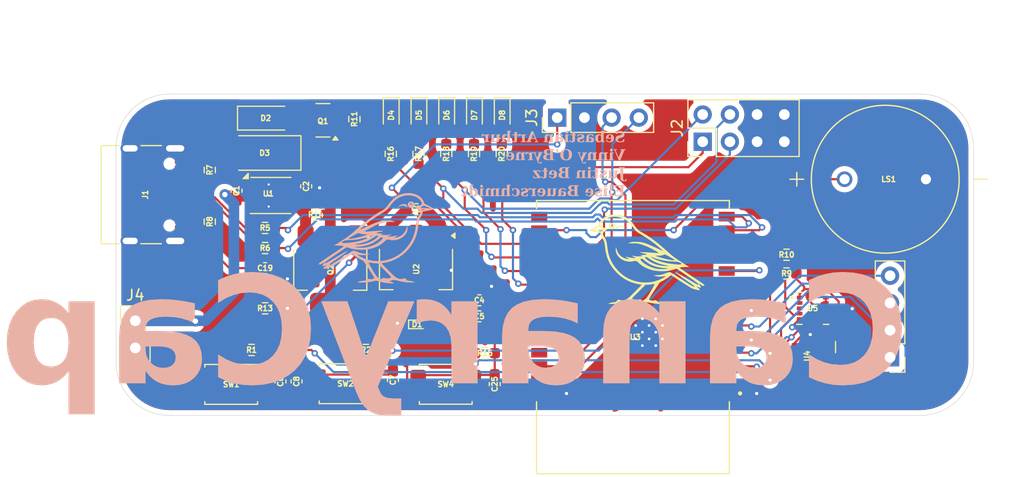
<source format=kicad_pcb>
(kicad_pcb (version 20241229) (generator "pcbnew") (generator_version "9.0")
  (layers (0 "F.Cu" signal) (2 "B.Cu" signal) (13 "F.Paste" user) (15 "B.Paste" user) (5 "F.SilkS" user "F.Silkscreen") (7 "B.SilkS" user "B.Silkscreen") (1 "F.Mask" user) (3 "B.Mask" user) (25 "Edge.Cuts" user))
  (net 0 "")
  (net 1 "GNDREF")
  (net 2 "+12V")
  (net 3 "+5V_buck")
  (net 4 "+5V")
  (net 5 "+3.3V")
  (net 6 "EN")
  (net 7 "BOOT")
  (net 8 "Net-(U3-EN)")
  (net 9 "TMS")
  (net 10 "TCK")
  (net 11 "TDO")
  (net 12 "TDI")
  (net 13 "BUZZER")
  (net 14 "Net-(D2-A)")
  (net 15 "Net-(J1-D--PadA7)")
  (net 16 "Net-(J1-D+-PadA6)")
  (net 19 "Net-(J1-CC2)")
  (net 20 "Net-(J1-CC1)")
  (net 21 "Impact_IO")
  (net 22 "Impact_CLK")
  (net 23 "GAS_IN")
  (net 24 "GAS_DIG_IN")
  (net 26 "USB_DN")
  (net 27 "USB_DP")
  (net 33 "CANCEL")
  (net 36 "Net-(D4-A)")
  (net 37 "Net-(D5-A)")
  (net 39 "Net-(D6-A)")
  (net 49 "VBUS")
  (net 50 "Net-(Q2-G)")
  (net 51 "Net-(D7-A)")
  (net 52 "Net-(D8-A)")
  (net 53 "HEARTBEAT")
  (net 54 "HEALTH")
  (net 55 "STATUS")
  (net 56 "PENDING")
  (footprint "Diode_SMD:D_MELF" (layer "F.Cu") (at 112.55 93.3 180)
    (property "Reference" "D3")
    (property "Value" "SM4001")
  )
  (footprint "Resistor_SMD:R_0603_1608Metric_Pad0.98x0.95mm_HandSolder" (layer "F.Cu") (at 134.705 93.3875 90)
    (property "Reference" "R20")
    (property "Value" "100")
  )
  (footprint "Capacitor_SMD:C_0603_1608Metric_Pad1.08x0.95mm_HandSolder" (layer "F.Cu") (at 132.6125 108.55)
    (property "Reference" "C5")
    (property "Value" "10uF")
  )
  (footprint "LED_SMD:LED_0603_1608Metric_Pad1.05x0.95mm_HandSolder" (layer "F.Cu") (at 124.385 89.7975 -90)
    (property "Reference" "D4")
    (property "Value" "LED_Small")
  )
  (footprint "Resistor_SMD:R_0603_1608Metric_Pad0.98x0.95mm_HandSolder" (layer "F.Cu") (at 107.45 94.8875 -90)
    (property "Reference" "R7")
    (property "Value" "5.1k")
  )
  (footprint "Resistor_SMD:R_0603_1608Metric_Pad0.98x0.95mm_HandSolder" (layer "F.Cu") (at 129.525 93.3875 90)
    (property "Reference" "R18")
    (property "Value" "100")
  )
  (footprint "LED_SMD:LED_0603_1608Metric_Pad1.05x0.95mm_HandSolder" (layer "F.Cu") (at 132.155 89.7975 -90)
    (property "Reference" "D7")
    (property "Value" "LED_Small")
  )
  (footprint "Resistor_SMD:R_0603_1608Metric_Pad0.98x0.95mm_HandSolder" (layer "F.Cu") (at 112.6125 107.8 180)
    (property "Reference" "R13")
    (property "Value" "100")
  )
  (footprint "Connector_PinHeader_2.54mm:PinHeader_1x04_P2.54mm_Vertical" (layer "F.Cu") (at 170.95 112.38 180)
    (property "Reference" "J5")
    (property "Value" "Conn_01x04_Pin")
  )
  (footprint "Capacitor_SMD:C_0603_1608Metric_Pad1.08x0.95mm_HandSolder" (layer "F.Cu") (at 126.7375 98.55)
    (property "Reference" "C3")
    (property "Value" ".47uF")
  )
  (footprint "LED_SMD:LED_0603_1608Metric_Pad1.05x0.95mm_HandSolder" (layer "F.Cu") (at 134.745 89.7975 -90)
    (property "Reference" "D8")
    (property "Value" "LED_Small")
  )
  (footprint "Button_Switch_SMD:SW_SPST_EVQP2_MiddlePushTravel_H2.5mm" (layer "F.Cu") (at 109.45 114.9 180)
    (property "Reference" "SW1")
    (property "Value" "SW_MEC_5E" (hide yes))
  )
  (footprint "Resistor_SMD:R_0603_1608Metric_Pad0.98x0.95mm_HandSolder" (layer "F.Cu") (at 112.6125 105.925)
    (property "Reference" "R12")
    (property "Value" "100k")
  )
  (footprint "Connector_PinHeader_2.54mm:PinHeader_1x04_P2.54mm_Vertical" (layer "F.Cu") (at 139.88 90 90)
    (property "Reference" "J3")
    (property "Value" "Conn_01x04_Pin")
  )
  (footprint "Package_LGA:Texas_SIL0010A_MicroSiP-10-1EP_3.8x3mm_P0.6mm_EP0.7x2.9mm_ThermalVias" (layer "F.Cu") (at 113.125 97.27)
    (property "Reference" "U1")
    (property "Value" "LMZM23601V5")
  )
  (footprint "Resistor_SMD:R_0603_1608Metric_Pad0.98x0.95mm_HandSolder" (layer "F.Cu") (at 120.95 90.1375 90)
    (property "Reference" "R11")
    (property "Value" "2.2k")
  )
  (footprint "Resistor_SMD:R_0603_1608Metric_Pad0.98x0.95mm_HandSolder" (layer "F.Cu") (at 132.115 93.3875 90)
    (property "Reference" "R19")
    (property "Value" "100")
  )
  (footprint "Button_Switch_SMD:SW_SPST_EVQP2_MiddlePushTravel_H2.5mm" (layer "F.Cu") (at 120.125 114.8375 180)
    (property "Reference" "SW2")
    (property "Value" "SW_MEC_5E" (hide yes))
  )
  (footprint "Resistor_SMD:R_0603_1608Metric_Pad0.98x0.95mm_HandSolder" (layer "F.Cu") (at 111.35 111.6875)
    (property "Reference" "R1")
    (property "Value" "10k")
  )
  (footprint "Resistor_SMD:R_0603_1608Metric_Pad0.98x0.95mm_HandSolder" (layer "F.Cu") (at 114.9625 111.6875)
    (property "Reference" "R3")
    (property "Value" "10k")
  )
  (footprint "Capacitor_SMD:C_0603_1608Metric_Pad1.08x0.95mm_HandSolder" (layer "F.Cu") (at 134.05 114.875 -90)
    (property "Reference" "C25")
    (property "Value" "1uF")
  )
  (footprint "Capacitor_SMD:C_0603_1608Metric_Pad1.08x0.95mm_HandSolder" (layer "F.Cu") (at 115.55 114.625 -90)
    (property "Reference" "C8")
    (property "Value" "1uF")
  )
  (footprint "Resistor_SMD:R_0603_1608Metric_Pad0.98x0.95mm_HandSolder" (layer "F.Cu") (at 126.935 93.3875 90)
    (property "Reference" "R17")
    (property "Value" "100")
  )
  (footprint "Resistor_SMD:R_0603_1608Metric_Pad0.98x0.95mm_HandSolder" (layer "F.Cu") (at 161.2875 102.8 180)
    (property "Reference" "R10")
    (property "Value" "2.2k")
  )
  (footprint "Connector_USB:USB_C_Receptacle_G-Switch_GT-USB-7010ASV" (layer "F.Cu") (at 101.095 97.19 -90)
    (property "Reference" "J1")
    (property "Value" "USB_C_Receptacle_USB2.0_16P")
  )
  (footprint "Connector_PinHeader_2.54mm:PinHeader_1x02_P2.54mm_Vertical" (layer "F.Cu") (at 100.5 108.96)
    (property "Reference" "J4")
    (property "Value" "Conn_01x02_Pin")
  )
  (footprint "Connector_PinHeader_2.54mm:PinHeader_2x04_P2.54mm_Vertical" (layer "F.Cu") (at 153.46 92.25 90)
    (property "Reference" "J2")
    (property "Value" "Conn_02x04_Counter_Clockwise")
  )
  (footprint "Library:XCVR_ESP32-C6-WROOM-1-N8" (layer "F.Cu") (at 146.95 110.49 180)
    (property "Reference" "U3")
    (property "Value" "ESP32-C6-WROOM-1-N8")
  )
  (footprint "Capacitor_SMD:C_0603_1608Metric_Pad1.08x0.95mm_HandSolder" (layer "F.Cu") (at 116.45 96.4125 90)
    (property "Reference" "C2")
    (property "Value" "10uF")
  )
  (footprint "Package_TO_SOT_SMD:SOT-223" (layer "F.Cu") (at 118.7 104.2 -90)
    (property "Reference" "Q2")
    (property "Value" "PMOS_Substrate")
  )
  (footprint "Capacitor_SMD:C_0603_1608Metric_Pad1.08x0.95mm_HandSolder" (layer "F.Cu") (at 112.6125 104.05)
    (property "Reference" "C19")
    (property "Value" "22uF")
  )
  (footprint "Resistor_SMD:R_0603_1608Metric_Pad0.98x0.95mm_HandSolder" (layer "F.Cu") (at 117.3625 99.05)
    (property "Reference" "R14")
    (property "Value" "0OHM if needed")
  )
  (footprint "Capacitor_SMD:C_0603_1608Metric_Pad1.08x0.95mm_HandSolder" (layer "F.Cu") (at 124.55 114.4875 -90)
    (property "Reference" "C7")
    (property "Value" "1uF")
  )
  (footprint "Library:canary" (layer "F.Cu") (at 148.25 103.25)
    (property "Reference" "G***" (hide yes))
    (property "Value" "LOGO" (hide yes))
  )
  (footprint "Package_TO_SOT_SMD:SOT-23" (layer "F.Cu") (at 118.0125 90.25 180)
    (property "Reference" "Q1")
    (property "Value" "NMOS")
  )
  (footprint "Capacitor_SMD:C_0603_1608Metric_Pad1.08x0.95mm_HandSolder" (layer "F.Cu") (at 132.6125 107.05)
    (property "Reference" "C4")
    (property "Value" "33uF")
  )
  (footprint "Resistor_SMD:R_0603_1608Metric_Pad0.98x0.95mm_HandSolder" (layer "F.Cu") (at 122.025 111.6875)
    (property "Reference" "R2")
    (property "Value" "10k")
  )
  (footprint "Resistor_SMD:R_0603_1608Metric_Pad0.98x0.95mm_HandSolder" (layer "F.Cu") (at 133.1375 111.9875)
    (property "Reference" "R15")
    (property "Value" "10k")
  )
  (footprint "Package_TO_SOT_SMD:SOT-223-3_TabPin2" (layer "F.Cu") (at 126.7 104.15 -90)
    (property "Reference" "U2")
    (property "Value" "NCP1117-3.3_SOT223")
  )
  (footprint "Library:XDCR_AT-1440-TT-R" (layer "F.Cu") (at 170.5 95.75)
    (property "Reference" "LS1")
    (property "Value" "AT-1440-TT-R")
  )
  (footprint "Resistor_SMD:R_0603_1608Metric_Pad0.98x0.95mm_HandSolder" (layer "F.Cu") (at 161.2875 104.55 180)
    (property "Reference" "R9")
    (property "Value" "2.2k")
  )
  (footprint "Diode_SMD:D_MiniMELF" (layer "F.Cu") (at 112.7 90.05)
    (property "Reference" "D2")
    (property "Value" "BZV55C5V6")
  )
  (footprint "Resistor_SMD:R_0603_1608Metric_Pad0.98x0.95mm_HandSolder" (layer "F.Cu") (at 124.345 93.3875 90)
    (property "Reference" "R16")
    (property "Value" "100")
  )
  (footprint "LED_SMD:LED_0603_1608Metric_Pad1.05x0.95mm_HandSolder" (layer "F.Cu") (at 126.975 89.7975 -90)
    (property "Reference" "D5")
    (property "Value" "LED_Small")
  )
  (footprint "Capacitor_SMD:C_0603_1608Metric_Pad1.08x0.95mm_HandSolder" (layer "F.Cu") (at 114.05 114.625 -90)
    (property "Reference" "C6")
    (property "Value" "1uF")
  )
  (footprint "LED_SMD:LED_0603_1608Metric_Pad1.05x0.95mm_HandSolder" (layer "F.Cu") (at 129.565 89.7975 -90)
    (property "Reference" "D6")
    (property "Value" "LED_Small")
  )
  (footprint "Resistor_SMD:R_0603_1608Metric_Pad0.98x0.95mm_HandSolder" (layer "F.Cu") (at 112.6125 100.3 180)
    (property "Reference" "R5")
    (property "Value" "22")
  )
  (footprint "Library:H3LIS100DLTR" (layer "F.Cu") (at 163.73 107.8)
    (property "Reference" "U5")
    (property "Value" "H3LIS100DLTR")
  )
  (footprint "Button_Switch_SMD:SW_SPST_EVQP2_MiddlePushTravel_H2.5mm" (layer "F.Cu") (at 129.475 114.8875 180)
    (property "Reference" "SW4")
    (property "Value" "SW_MEC_5E")
  )
  (footprint "Diode_SMD:D_SOD-923" (layer "F.Cu") (at 126.87 109.3)
    (property "Reference" "D1")
    (property "Value" "ESD9B3.3ST5G" (hide yes))
  )
  (footprint "Resistor_SMD:R_0603_1608Metric_Pad0.98x0.95mm_HandSolder" (layer "F.Cu") (at 112.6125 102.175 180)
    (property "Reference" "R6")
    (property "Value" "22")
  )
  (footprint "Package_LGA:LGA-14_3x5mm_P0.8mm_LayoutBorder1x6y" (layer "F.Cu") (at 163.25 112.5 90)
    (property "Reference" "U4")
    (property "Value" "ADXL343")
  )
  (footprint "Capacitor_SMD:C_0603_1608Metric_Pad1.08x0.95mm_HandSolder" (layer "F.Cu") (at 109.95 96.825 90)
    (property "Reference" "C1")
    (property "Value" "10uF")
  )
  (footprint "Resistor_SMD:R_0603_1608Metric_Pad0.98x0.95mm_HandSolder" (layer "F.Cu") (at 107.45 99.7125 90)
    (property "Reference" "R8")
    (property "Value" "5.1k")
  )
  (footprint "Library:canary" (layer "B.Cu") (at 123 101.25 180)
    (property "Reference" "G***" (hide yes))
    (property "Value" "LOGO" (hide yes))
  )
  (gr_arc (start 178.75 112.8) (mid 177.285534 116.335534) (end 173.75 117.8) (stroke (width 0.05)) (layer "Edge.Cuts"))
  (gr_line (start 98.7 112.8) (end 98.7 92.8) (stroke (width 0.05)) (layer "Edge.Cuts"))
  (gr_arc (start 103.7 117.8) (mid 100.164466 116.335534) (end 98.7 112.8) (stroke (width 0.05)) (layer "Edge.Cuts"))
  (gr_line (start 173.75 117.8) (end 103.7 117.8) (stroke (width 0.05)) (layer "Edge.Cuts"))
  (gr_arc (start 98.7 92.8) (mid 100.164466 89.264466) (end 103.7 87.8) (stroke (width 0.05)) (layer "Edge.Cuts"))
  (gr_line (start 178.75 92.8) (end 178.75 112.8) (stroke (width 0.05)) (layer "Edge.Cuts"))
  (gr_arc (start 173.75 87.8) (mid 177.285534 89.264466) (end 178.75 92.8) (stroke (width 0.05)) (layer "Edge.Cuts"))
  (gr_line (start 103.7 87.8) (end 173.75 87.8) (stroke (width 0.05)) (layer "Edge.Cuts"))
  (gr_text "CanaryCap" (at 137.95 117.24 0) (layer "F.Cu") (effects (font (size 1.5 1.5) (thickness 0.3) (bold yes)) (justify left bottom)))
  (gr_text "CanaryCap" (at 172.75 116.5 0) (layer "B.SilkS") (effects (font (size 10 10) (thickness 0.3) (bold yes)) (justify left bottom mirror)))
  (gr_text "Sebastian Arthur\nVinny O'Byrne\nJustin Betz\nElise Bauerschmidt" (at 146.25 97.5 0) (layer "B.SilkS") (effects (font (size 1 1) (thickness 0.25) (bold yes)) (justify left bottom mirror)))
  (segment (start 104.75 115.75) (end 100.5 111.5) (width 0.2) (layer "F.Cu") (net 1))
  (segment (start 129.565 88.9225) (end 132.155 88.9225) (width 0.2) (layer "F.Cu") (net 1))
  (segment (start 162.575001 110.5) (end 163.25 110.5) (width 0.2) (layer "F.Cu") (net 1))
  (segment (start 125.874 114.25) (end 125.874 109.876) (width 0.2) (layer "F.Cu") (net 1))
  (segment (start 111.6 96.67) (end 111.6 96.07) (width 0.2) (layer "F.Cu") (net 1))
  (segment (start 118.149 88.499) (end 110.71484 88.499) (width 0.2) (layer "F.Cu") (net 1))
  (segment (start 119.025 89.225) (end 118.95 89.3) (width 0.2) (layer "F.Cu") (net 1))
  (segment (start 164.95 106.8) (end 164.95 107.3) (width 0.2) (layer "F.Cu") (net 1))
  (segment (start 101.05 104.95) (end 100.02 103.92) (width 0.25) (layer "F.Cu") (net 1))
  (segment (start 162.575001 110.5) (end 163.5 110.5) (width 0.2) (layer "F.Cu") (net 1))
  (segment (start 162.05 111.5) (end 162.05 111.025001) (width 0.2) (layer "F.Cu") (net 1))
  (segment (start 105.25 104.95) (end 104.22 103.92) (width 0.25) (layer "F.Cu") (net 1))
  (segment (start 114.188106 95.544) (end 116.0315 95.544) (width 0.2) (layer "F.Cu") (net 1))
  (segment (start 104.22 101.78) (end 104.22 101.51) (width 0.25) (layer "F.Cu") (net 1))
  (segment (start 163.348999 112.724) (end 163.65 113.025001) (width 0.2) (layer "F.Cu") (net 1))
  (segment (start 133.475 108.55) (end 133.475 107.05) (width 0.2) (layer "F.Cu") (net 1))
  (segment (start 106.875 115.75) (end 105.65 115.75) (width 0.25) (layer "F.Cu") (net 1))
  (segment (start 126 115.35) (end 126.5125 115.35) (width 0.2) (layer "F.Cu") (net 1))
  (segment (start 109.95 95.9625) (end 109.95 96.075) (width 0.2) (layer "F.Cu") (net 1))
  (segment (start 113.825 105.925) (end 114.7 105.05) (width 0.2) (layer "F.Cu") (net 1))
  (segment (start 103.024 94.019992) (end 103.024 100.360008) (width 0.2) (layer "F.Cu") (net 1))
  (segment (start 104.454 100.756) (end 104.82 100.39) (width 0.2) (layer "F.Cu") (net 1))
  (segment (start 125.874 114.7115) (end 125.874 114.25) (width 0.2) (layer "F.Cu") (net 1))
  (segment (start 105.25 104.95) (end 101.05 104.95) (width 0.25) (layer "F.Cu") (net 1))
  (segment (start 112.3625 115.4125) (end 112.025 115.75) (width 0.2) (layer "F.Cu") (net 1))
  (segment (start 162.05 113.025001) (end 162.351001 112.724) (width 0.2) (layer "F.Cu") (net 1))
  (segment (start 124.55 115.35) (end 126 115.35) (width 0.2) (layer "F.Cu") (net 1))
  (segment (start 106.875 115.75) (end 104.75 115.75) (width 0.2) (layer "F.Cu") (net 1))
  (segment (start 124.55 115.35) (end 123.0375 115.35) (width 0.2) (layer "F.Cu") (net 1))
  (segment (start 134.0625 115.75) (end 134.05 115.7375) (width 0.2) (layer "F.Cu") (net 1))
  (segment (start 163.833476 107.524738) (end 164.384 107.524738) (width 0.2) (layer "F.Cu") (net 1))
  (segment (start 103.419992 100.756) (end 104.454 100.756) (width 0.2) (layer "F.Cu") (net 1))
  (segment (start 104.22 103.92) (end 104.22 101.51) (width 0.25) (layer "F.Cu") (net 1))
  (segment (start 109.674 103.274) (end 108.45 102.05) (width 0.2) (layer "F.Cu") (net 1))
  (segment (start 155.7 115.75) (end 158.5 115.75) (width 0.2) (layer "F.Cu") (net 1))
  (segment (start 116.0315 95.544) (end 116.45 95.9625) (width 0.2) (layer "F.Cu") (net 1))
  (segment (start 127.6 98.55) (end 129 99.95) (width 1) (layer "F.Cu") (net 1))
  (segment (start 126.975 88.9225) (end 129.565 88.9225) (width 0.2) (layer "F.Cu") (net 1))
  (segment (start 125.874 115.224) (end 126 115.35) (width 0.2) (layer "F.Cu") (net 1))
  (segment (start 113.7 104.05) (end 114.7 105.05) (width 0.2) (layer "F.Cu") (net 1))
  (segment (start 114.05 115.4125) (end 112.3625 115.4125) (width 0.2) (layer "F.Cu") (net 1))
  (segment (start 116.45 95.55) (end 117.45 96.55) (width 0.2) (layer "F.Cu") (net 1))
  (segment (start 112.95 96.782106) (end 114.188106 95.544) (width 0.2) (layer "F.Cu") (net 1))
  (segment (start 120.95 89.225) (end 124.0825 89.225) (width 0.2) (layer "F.Cu") (net 1))
  (segment (start 134.745 88.9225) (end 132.155 88.9225) (width 0.25) (layer "F.Cu") (net 1))
  (segment (start 164.608738 108.3) (end 164.384 108.075262) (width 0.2) (layer "F.Cu") (net 1))
  (segment (start 104.82 93.99) (end 104.454 93.624) (width 0.2) (layer "F.Cu") (net 1))
  (segment (start 109.95 96.075) (end 111.595 96.075) (width 0.2) (layer "F.Cu") (net 1))
  (segment (start 126.5125 115.35) (end 126.9 115.7375) (width 0.2) (layer "F.Cu") (net 1))
  (segment (start 104.454 93.624) (end 103.419992 93.624) (width 0.2) (layer "F.Cu") (net 1))
  (segment (start 117.275 115.4125) (end 117.55 115.6875) (width 0.2) (layer "F.Cu") (net 1))
  (segment (start 162.05 111.5) (end 162.05 113.5) (width 0.2) (layer "F.Cu") (net 1))
  (segment (start 107.45 93.975) (end 104.835 93.975) (width 0.2) (layer "F.Cu") (net 1))
  (segment (start 107.45 101.05) (end 108.45 102.05) (width 0.2) (layer "F.Cu") (net 1))
  (segment (start 106.986 109.65) (end 106.5 110.136) (width 0.25) (layer "F.Cu") (net 1))
  (segment (start 163.65 113.025001) (end 163.65 113.5) (width 0.2) (layer "F.Cu") (net 1))
  (segment (start 112.95 97.27) (end 112.95 96.782106) (width 0.2) (layer "F.Cu") (net 1))
  (segment (start 110.71484 88.499) (end 107.45 91.76384) (width 0.2) (layer "F.Cu") (net 1))
  (segment (start 163.23 106.58) (end 163.23 106.921262) (width 0.2) (layer "F.Cu") (net 1))
  (segment (start 120.95 89.225) (end 119.025 89.225) (width 0.2) (layer "F.Cu") (net 1))
  (segment (start 101.05 110.136) (end 106.5 110.136) (width 0.25) (layer "F.Cu") (net 1))
  (segment (start 162.51 108.8) (end 161.818989 109.491011) (width 0.2) (layer "F.Cu") (net 1))
  (segment (start 125.874 109.876) (end 126.45 109.3) (width 0.2) (layer "F.Cu") (net 1))
  (segment (start 113.525 105.925) (end 113.825 105.925) (width 0.2) (layer "F.Cu") (net 1))
  (segment (start 164.95 108.3) (end 164.608738 108.3) (width 0.2) (layer "F.Cu") (net 1))
  (segment (start 124.0825 89.225) (end 124.385 88.9225) (width 0.2) (layer "F.Cu") (net 1))
  (segment (start 111.595 96.075) (end 111.6 96.07) (width 0.2) (layer "F.Cu") (net 1))
  (segment (start 101.05 111.65) (end 101.05 110.136) (width 0.25) (layer "F.Cu") (net 1))
  (segment (start 122.7 115.6875) (end 117.55 115.6875) (width 0.2) (layer "F.Cu") (net 1))
  (segment (start 114.05 115.4125) (end 117.275 115.4125) (width 0.2) (layer "F.Cu") (net 1))
  (segment (start 138.2 115.75) (end 140.75 115.75) (width 0.2) (layer "F.Cu") (net 1))
  (segment (start 107.45 91.76384) (end 107.45 93.975) (width 0.2) (layer "F.Cu") (net 1))
  (segment (start 107.45 93.975) (end 105.325 93.975) (width 0.2) (layer "F.Cu") (net 1))
  (segment (start 103.419992 93.624) (end 103.024 94.019992) (width 0.2) (layer "F.Cu") (net 1))
  (segment (start 103.024 100.360008) (end 103.419992 100.756) (width 0.2) (layer "F.Cu") (net 1))
  (segment (start 125.874 114.25) (end 125.874 115.224) (width 0.2) (layer "F.Cu") (net 1))
  (segment (start 126.975 88.9225) (end 124.385 88.9225) (width 0.2) (layer "F.Cu") (net 1))
  (segment (start 103.024 100.360008) (end 103.010008 100.360008) (width 0.2) (layer "F.Cu") (net 1))
  (segment (start 132.05 115.7375) (end 126.9 115.7375) (width 0.2) (layer "F.Cu") (net 1))
  (segment (start 164.384 107.524738) (end 164.608738 107.3) (width 0.2) (layer "F.Cu") (net 1))
  (segment (start 163.23 106.921262) (end 163.833476 107.524738) (width 0.2) (layer "F.Cu") (net 1))
  (segment (start 123.0375 115.35) (end 122.7 115.6875) (width 0.2) (layer "F.Cu") (net 1))
  (segment (start 106.986 106.436) (end 106.986 109.65) (width 0.25) (layer "F.Cu") (net 1))
  (segment (start 163.73 107.68924) (end 163.78462 107.63462) (width 0.2) (layer "F.Cu") (net 1))
  (segment (start 134.05 115.7375) (end 132.05 115.7375) (width 0.2) (layer "F.Cu") (net 1))
  (segment (start 112.025 115.75) (end 106.875 115.75) (width 0.2) (layer "F.Cu") (net 1))
  (segment (start 103.010008 100.360008) (end 102.95 100.3) (width 0.2) (layer "F.Cu") (net 1))
  (segment (start 138.2 115.75) (end 134.0625 115.75) (width 0.2) (layer "F.Cu") (net 1))
  (segment (start 105.5 104.95) (end 106.986 106.436) (width 0.25) (layer "F.Cu") (net 1))
  (segment (start 107.45 100.625) (end 107.45 101.05) (width 0.2) (layer "F.Cu") (net 1))
  (segment (start 124.55 115.35) (end 125.2355 115.35) (width 0.2) (layer "F.Cu") (net 1))
  (segment (start 162.05 111.025001) (end 162.575001 110.5) (width 0.2) (layer "F.Cu") (net 1))
  (segment (start 112.699 103.274) (end 109.674 103.274) (width 0.2) (layer "F.Cu") (net 1))
  (segment (start 113.475 104.05) (end 113.7 104.05) (width 0.2) (layer "F.Cu") (net 1))
  (segment (start 105.325 93.975) (end 104.22 92.87) (width 0.2) (layer "F.Cu") (net 1))
  (segment (start 112.35 96.67) (end 112.95 97.27) (width 0.2) (layer "F.Cu") (net 1))
  (segment (start 100.02 103.92) (end 100.02 101.51) (width 0.25) (layer "F.Cu") (net 1))
  (segment (start 129 99.95) (end 129 101) (width 1) (layer "F.Cu") (net 1))
  (segment (start 162.05 113.5) (end 162.05 113.025001) (width 0.2) (layer "F.Cu") (net 1))
  (segment (start 104.835 93.975) (end 104.82 93.99) (width 0.2) (layer "F.Cu") (net 1))
  (segment (start 132.05 115.7375) (end 127.08884 115.7375) (width 0.2) (layer "F.Cu") (net 1))
  (segment (start 163.73 109.02) (end 163.73 107.68924) (width 0.2) (layer "F.Cu") (net 1))
  (segment (start 162.351001 112.724) (end 163.348999 112.724) (width 0.2) (layer "F.Cu") (net 1))
  (segment (start 163.25 110.5) (end 163.5 110.25) (width 0.2) (layer "F.Cu") (net 1))
  (segment (start 125.07675 109.3) (end 124.969136 109.192386) (width 0.2) (layer "F.Cu") (net 1))
  (segment (start 118.95 89.3) (end 118.149 88.499) (width 0.2) (layer "F.Cu") (net 1))
  (segment (start 113.475 104.05) (end 112.699 103.274) (width 0.2) (layer "F.Cu") (net 1))
  (segment (start 164.45 113.5) (end 163.65 113.5) (width 0.2) (layer "F.Cu") (net 1))
  (segment (start 126.45 109.3) (end 125.07675 109.3) (width 0.2) (layer "F.Cu") (net 1))
  (segment (start 161.818989 109.491011) (end 161.818989 109.568989) (width 0.2) (layer "F.Cu") (net 1))
  (segment (start 164.608738 107.3) (end 164.95 107.3) (width 0.2) (layer "F.Cu") (net 1))
  (segment (start 111.6 96.67) (end 112.35 96.67) (width 0.2) (layer "F.Cu") (net 1))
  (segment (start 105.5 104.95) (end 105.25 104.95) (width 0.25) (layer "F.Cu") (net 1))
  (segment (start 117.45 96.55) (end 117.7 96.55) (width 0.2) (layer "F.Cu") (net 1))
  (segment (start 164.384 108.075262) (end 164.384 107.524738) (width 0.2) (layer "F.Cu") (net 1))
  (via (at 158.5 115.75) (size 0.6) (drill 0.3) (layers "F.Cu" "B.Cu") (net 1))
  (via (at 117.7 96.55) (size 0.6) (drill 0.3) (layers "F.Cu" "B.Cu") (net 1))
  (via (at 163.5 110.25) (size 0.6) (drill 0.3) (layers "F.Cu" "B.Cu") (net 1))
  (via (at 161.818989 109.568989) (size 0.6) (drill 0.3) (layers "F.Cu" "B.Cu") (net 1))
  (via (at 133.75 105.75) (size 0.6) (drill 0.3) (layers "F.Cu" "B.Cu") (net 1))
  (via (at 130 104.25) (size 0.6) (drill 0.3) (layers "F.Cu" "B.Cu") (net 1))
  (via (at 167.41538 107.83462) (size 0.6) (drill 0.3) (layers "F.Cu" "B.Cu") (net 1))
  (via (at 114.7 105.05) (size 0.6) (drill 0.3) (layers "F.Cu" "B.Cu") (net 1))
  (via (at 124.969136 109.192386) (size 0.6) (drill 0.3) (layers "F.Cu" "B.Cu") (net 1))
  (via (at 140.75 115.75) (size 0.6) (drill 0.3) (layers "F.Cu" "B.Cu") (net 1))
  (via (at 163.78462 107.63462) (size 0.6) (drill 0.3) (layers "F.Cu" "B.Cu") (net 1))
  (segment (start 100.02 101.51) (end 100.02 92.87) (width 0.25) (layer "B.Cu") (net 1))
  (segment (start 112.95 97.27) (end 116.98 97.27) (width 0.2) (layer "B.Cu") (net 1))
  (segment (start 116.98 97.27) (end 117.7 96.55) (width 0.2) (layer "B.Cu") (net 1))
  (segment (start 167.33076 107.75) (end 167.41538 107.83462) (width 0.2) (layer "B.Cu") (net 1))
  (segment (start 104.401 101.329) (end 104.22 101.51) (width 0.25) (layer "B.Cu") (net 1))
  (segment (start 163.78462 107.63462) (end 163.9 107.75) (width 0.2) (layer "B.Cu") (net 1))
  (segment (start 104.22 92.87) (end 104.401 93.051) (width 0.25) (layer "B.Cu") (net 1))
  (segment (start 100.02 101.51) (end 101.74 101.51) (width 0.25) (layer "B.Cu") (net 1))
  (segment (start 101.74 101.51) (end 102.95 100.3) (width 0.25) (layer "B.Cu") (net 1))
  (segment (start 104.401 101.329) (end 105.122 102.05) (width 0.25) (layer "B.Cu") (net 1))
  (segment (start 104.401 93.051) (end 104.401 101.329) (width 0.25) (layer "B.Cu") (net 1))
  (segment (start 163.9 107.75) (end 167.33076 107.75) (width 0.2) (layer "B.Cu") (net 1))
  (segment (start 105.122 102.05) (end 108.45 102.05) (width 0.25) (layer "B.Cu") (net 1))
  (segment (start 109.50625 97.24375) (end 109.445912 97.183412) (width 0.75) (layer "F.Cu") (net 2))
  (segment (start 109.445912 97.183412) (end 108.856814 97.183412) (width 0.75) (layer "F.Cu") (net 2))
  (segment (start 111.4175 97.6875) (end 111.6 97.87) (width 0.2) (layer "F.Cu") (net 2))
  (segment (start 109.7335 97.471) (end 111.6 97.471) (width 0.75) (layer "F.Cu") (net 2))
  (segment (start 109.95 97.6875) (end 111.4175 97.6875) (width 0.2) (layer "F.Cu") (net 2))
  (segment (start 109.50625 97.24375) (end 109.95 97.6875) (width 0.75) (layer "F.Cu") (net 2))
  (segment (start 109.50625 97.24375) (end 109.7335 97.471) (width 0.75) (layer "F.Cu") (net 2))
  (segment (start 106.16 108.96) (end 100.5 108.96) (width 1) (layer "F.Cu") (net 2))
  (via (at 106.111 109) (size 1) (drill 0.5) (layers "F.Cu" "B.Cu") (net 2))
  (via (at 108.856814 97.183412) (size 1) (drill 0.5) (layers "F.Cu" "B.Cu") (net 2))
  (segment (start 109.7 98.026598) (end 108.856814 97.183412) (width 1) (layer "B.Cu") (net 2))
  (segment (start 107.04 108.96) (end 109.7 106.3) (width 1) (layer "B.Cu") (net 2))
  (segment (start 100.5 108.96) (end 107.04 108.96) (width 1) (layer "B.Cu") (net 2))
  (segment (start 109.7 106.3) (end 109.7 98.026598) (width 1) (layer "B.Cu") (net 2))
  (segment (start 115.6675 98.47) (end 116.45 97.6875) (width 0.2) (layer "F.Cu") (net 3))
  (segment (start 114.65 98.47) (end 116.23 98.47) (width 0.2) (layer "F.Cu") (net 3))
  (segment (start 116.4 97.325) (end 116.45 97.275) (width 1) (layer "F.Cu") (net 3))
  (segment (start 116.4 101.05) (end 116.4 97.7375) (width 1) (layer "F.Cu") (net 3))
  (segment (start 114.65 98.47) (end 115.6675 98.47) (width 0.2) (layer "F.Cu") (net 3))
  (segment (start 116.23 98.47) (end 116.4 98.3) (width 0.2) (layer "F.Cu") (net 3))
  (segment (start 114.65 98.47) (end 114.65 97.87) (width 0.2) (layer "F.Cu") (net 3))
  (segment (start 116.4 101.05) (end 116.4 97.325) (width 1) (layer "F.Cu") (net 3))
  (segment (start 116.4 99.05) (end 115.546 98.196) (width 1) (layer "F.Cu") (net 3))
  (segment (start 116.4 98.3) (end 116.4 97.7375) (width 0.2) (layer "F.Cu") (net 3))
  (segment (start 115.546 98.196) (end 114.65 98.196) (width 1) (layer "F.Cu") (net 3))
  (segment (start 116.4 101.05) (end 116.4 99.05) (width 1) (layer "F.Cu") (net 3))
  (segment (start 116.4 99.05) (end 116.4 98.3) (width 1) (layer "F.Cu") (net 3))
  (segment (start 116.4 97.7375) (end 116.45 97.6875) (width 1) (layer "F.Cu") (net 3))
  (segment (start 114.95 93.3) (end 116.07132 93.3) (width 1) (layer "F.Cu") (net 4))
  (segment (start 124.4 101.6) (end 124.4 101) (width 1) (layer "F.Cu") (net 4))
  (segment (start 116.07132 93.3) (end 118.7 95.92868) (width 1) (layer "F.Cu") (net 4))
  (segment (start 118.7 107.35) (end 118.7 107.3) (width 1) (layer "F.Cu") (net 4))
  (segment (start 124.4 100.025) (end 124.4 101) (width 1) (layer "F.Cu") (net 4))
  (segment (start 118.7 95.92868) (end 118.7 101.05) (width 1) (layer "F.Cu") (net 4))
  (segment (start 125.875 98.55) (end 124.4 100.025) (width 1) (layer "F.Cu") (net 4))
  (segment (start 139.88 90) (end 139.88 92.5) (width 0.2) (layer "F.Cu") (net 4))
  (segment (start 118.7 101.05) (end 118.7 107.35) (width 1) (layer "F.Cu") (net 4))
  (segment (start 118.7 107.3) (end 124.4 101.6) (width 1) (layer "F.Cu") (net 4))
  (segment (start 125.875 97.975) (end 124.45 96.55) (width 0.2) (layer "F.Cu") (net 4))
  (segment (start 125.875 98.55) (end 125.875 97.975) (width 0.2) (layer "F.Cu") (net 4))
  (via (at 139.88 92.5) (size 0.6) (drill 0.3) (layers "F.Cu" "B.Cu") (net 4))
  (via (at 124.45 96.55) (size 0.6) (drill 0.3) (layers "F.Cu" "B.Cu") (net 4))
  (segment (start 128.5 92.5) (end 139.88 92.5) (width 0.2) (layer "B.Cu") (net 4))
  (segment (start 124.45 96.55) (end 128.5 92.5) (width 0.2) (layer "B.Cu") (net 4))
  (segment (start 124.025 108.3) (end 126.7 108.3) (width 0.25) (layer "F.Cu") (net 5))
  (segment (start 164.2 106.014) (end 162.954738 106.014) (width 0.2) (layer "F.Cu") (net 5))
  (segment (start 160.27 114.48) (end 155.7 114.48) (width 0.2) (layer "F.Cu") (net 5))
  (segment (start 162.934369 106.034369) (end 162.51 106.458738) (width 0.2) (layer "F.Cu") (net 5))
  (segment (start 166.149999 110) (end 166.149999 108.593051) (width 0.2) (layer "F.Cu") (net 5))
  (segment (start 164.23 109.02) (end 165.21 110) (width 0.2) (layer "F.Cu") (net 5))
  (segment (start 165.21 110) (end 166.149999 110) (width 0.2) (layer "F.Cu") (net 5))
  (segment (start 165.005262 106.014) (end 164.2 106.014) (width 0.2) (layer "F.Cu") (net 5))
  (segment (start 131.177817 100.822183) (end 124.655634 94.3) (width 0.2) (layer "F.Cu") (net 5))
  (segment (start 166.1519 108.5981) (end 166.1519 107.160638) (width 0.2) (layer "F.Cu") (net 5))
  (segment (start 164.23 106.58) (end 164.23 106.044) (width 0.2) (layer "F.Cu") (net 5))
  (segment (start 130.5 107.3) (end 131.75 108.55) (width 0.2) (layer "F.Cu") (net 5))
  (segment (start 161.25 113.5) (end 160.27 114.48) (width 0.2) (layer "F.Cu") (net 5))
  (segment (start 131.75 108.55) (end 131.75 109.35) (width 0.2) (layer "F.Cu") (net 5))
  (segment (start 131.658607 101.302973) (end 131.177817 100.822183) (width 0.2) (layer "F.Cu") (net 5))
  (segment (start 161.25 113.5) (end 161.25 113.974999) (width 0.2) (layer "F.Cu") (net 5))
  (segment (start 126.7 101) (end 126.7 107.3) (width 1) (layer "F.Cu") (net 5))
  (segment (start 162.2 102.8) (end 162.2 104.55) (width 0.2) (layer "F.Cu") (net 5))
  (segment (start 131.75 101.394366) (end 131.177817 100.822183) (width 0.2) (layer "F.Cu") (net 5))
  (segment (start 127.29 109.3) (end 127.29 108.89) (width 0.2) (layer "F.Cu") (net 5))
  (segment (start 165.25 113.816968) (end 165.25 113.5) (width 0.2) (layer "F.Cu") (net 5))
  (segment (start 165.724999 112.5) (end 165.25 112.5) (width 0.2) (layer "F.Cu") (net 5))
  (segment (start 121.1125 111.2125) (end 124.025 108.3) (width 0.25) (layer "F.Cu") (net 5))
  (segment (start 161.551001 114.276) (end 164.790968 114.276) (width 0.2) (layer "F.Cu") (net 5))
  (segment (start 126.7 107.3) (end 130.5 107.3) (width 0.2) (layer "F.Cu") (net 5))
  (segment (start 164.23 106.044) (end 164.2 106.014) (width 0.2) (layer "F.Cu") (net 5))
  (segment (start 164.23 106.58) (end 163.73 106.58) (width 0.2) (layer "F.Cu") (net 5))
  (segment (start 162.954738 106.014) (end 162.934369 106.034369) (width 0.2) (layer "F.Cu") (net 5))
  (segment (start 131.75 109.35) (end 132.225 109.825) (width 0.2) (layer "F.Cu") (net 5))
  (segment (start 164.790968 114.276) (end 165.25 113.816968) (width 0.2) (layer "F.Cu") (net 5))
  (segment (start 131.75 107.05) (end 126.95 107.05) (width 0.2) (layer "F.Cu") (net 5))
  (segment (start 127.29 108.89) (end 126.7 108.3) (width 0.2) (layer "F.Cu") (net 5))
  (segment (start 162.2 105.05) (end 162.2 104.55) (width 0.2) (layer "F.Cu") (net 5))
  (segment (start 162.51 106.458738) (end 162.51 106.8) (width 0.2) (layer "F.Cu") (net 5))
  (segment (start 126.95 107.05) (end 126.7 107.3) (width 0.2) (layer "F.Cu") (net 5))
  (segment (start 110.4375 111.6875) (end 111.2385 110.8865) (width 0.25) (layer "F.Cu") (net 5))
  (segment (start 126.7 108.3) (end 126.7 107.3) (width 0.2) (layer "F.Cu") (net 5))
  (segment (start 120.3115 110.8865) (end 121.1125 111.6875) (width 0.25) (layer "F.Cu") (net 5))
  (segment (start 132.225 112.9625) (end 132.25 112.9875) (width 0.2) (layer "F.Cu") (net 5))
  (segment (start 165.25 112.5) (end 165.25 113.5) (width 0.2) (layer "F.Cu") (net 5))
  (segment (start 132.225 111.9875) (end 132.225 112.9625) (width 0.2) (layer "F.Cu") (net 5))
  (segment (start 132.225 109.825) (end 132.225 111.9875) (width 0.2) (layer "F.Cu") (net 5))
  (segment (start 162.934369 106.034369) (end 162.934369 105.784369) (width 0.2) (layer "F.Cu") (net 5))
  (segment (start 161.25 113.974999) (end 161.551001 114.276) (width 0.2) (layer "F.Cu") (net 5))
  (segment (start 162.934369 105.784369) (end 162.2 105.05) (width 0.2) (layer "F.Cu") (net 5))
  (segment (start 124.655634 94.3) (end 124.345 94.3) (width 0.2) (layer "F.Cu") (net 5))
  (segment (start 131.75 107.05) (end 131.75 101.394366) (width 0.2) (layer "F.Cu") (net 5))
  (segment (start 166.149999 110) (end 166.149999 112.075) (width 0.2) (layer "F.Cu") (net 5))
  (segment (start 131.75 107.05) (end 131.75 108.55) (width 0.2) (layer "F.Cu") (net 5))
  (segment (start 165.005262 106.014) (end 166.1519 107.160638) (width 0.2) (layer "F.Cu") (net 5))
  (segment (start 121.1125 111.6875) (end 121.1125 111.2125) (width 0.25) (layer "F.Cu") (net 5))
  (segment (start 111.2385 110.8865) (end 120.3115 110.8865) (width 0.25) (layer "F.Cu") (net 5))
  (segment (start 166.149999 112.075) (end 165.724999 112.5) (width 0.2) (layer "F.Cu") (net 5))
  (via (at 159.75 114.5) (size 0.6) (drill 0.3) (layers "F.Cu" "B.Cu") (net 5))
  (via (at 132.25 112.9875) (size 0.6) (drill 0.3) (layers "F.Cu" "B.Cu") (net 5))
  (segment (start 158.748943 112.649) (end 159.75 113.650057) (width 0.2) (layer "B.Cu") (net 5))
  (segment (start 132.5885 112.649) (end 158.748943 112.649) (width 0.2) (layer "B.Cu") (net 5))
  (segment (start 132.25 112.9875) (end 132.5885 112.649) (width 0.2) (layer "B.Cu") (net 5))
  (segment (start 159.75 113.650057) (end 159.75 114.5) (width 0.2) (layer "B.Cu") (net 5))
  (segment (start 114.05 113.6875) (end 114.05 111.6875) (width 0.2) (layer "F.Cu") (net 6))
  (segment (start 112.025 111.925) (end 112.2625 111.6875) (width 0.2) (layer "F.Cu") (net 6))
  (segment (start 106.875 114.05) (end 112.025 114.05) (width 0.2) (layer "F.Cu") (net 6))
  (segment (start 114.05 113.6875) (end 112.3875 113.6875) (width 0.2) (layer "F.Cu") (net 6))
  (segment (start 112.025 114.05) (end 112.025 111.925) (width 0.2) (layer "F.Cu") (net 6))
  (segment (start 112.3875 113.6875) (end 112.025 114.05) (width 0.2) (layer "F.Cu") (net 6))
  (segment (start 122.9375 111.6875) (end 122.9375 113.75) (width 0.2) (layer "F.Cu") (net 7))
  (segment (start 124.4375 111.6875) (end 124.5 111.75) (width 0.2) (layer "F.Cu") (net 7))
  (segment (start 123.0625 113.625) (end 122.9375 113.75) (width 0.2) (layer "F.Cu") (net 7))
  (segment (start 158.68 104.32) (end 158.75 104.25) (width 0.2) (layer "F.Cu") (net 7))
  (segment (start 155.7 104.32) (end 158.68 104.32) (width 0.2) (layer "F.Cu") (net 7))
  (segment (start 124.55 113.625) (end 123.0625 113.625) (width 0.2) (layer "F.Cu") (net 7))
  (segment (start 124.1875 113.9875) (end 124.55 113.625) (width 0.2) (layer "F.Cu") (net 7))
  (segment (start 122.9375 111.6875) (end 124.4375 111.6875) (width 0.2) (layer "F.Cu") (net 7))
  (segment (start 122.9375 113.75) (end 122.7 113.9875) (width 0.2) (layer "F.Cu") (net 7))
  (segment (start 117.55 113.9875) (end 124.1875 113.9875) (width 0.2) (layer "F.Cu") (net 7))
  (via (at 124.5 111.75) (size 0.6) (drill 0.3) (layers "F.Cu" "B.Cu") (net 7))
  (via (at 158.75 104.25) (size 0.6) (drill 0.3) (layers "F.Cu" "B.Cu") (net 7))
  (segment (start 151.25 104.25) (end 158.75 104.25) (width 0.2) (layer "B.Cu") (net 7))
  (segment (start 124.5 111.75) (end 143.75 111.75) (width 0.2) (layer "B.Cu") (net 7))
  (segment (start 143.75 111.75) (end 151.25 104.25) (width 0.2) (layer "B.Cu") (net 7))
  (segment (start 116.9375 111.6875) (end 117.25 112) (width 0.2) (layer "F.Cu") (net 8))
  (segment (start 115.55 112.0125) (end 115.875 111.6875) (width 0.2) (layer "F.Cu") (net 8))
  (segment (start 115.875 111.6875) (end 116.9375 111.6875) (width 0.2) (layer "F.Cu") (net 8))
  (segment (start 158.46 113.21) (end 158.5 113.25) (width 0.2) (layer "F.Cu") (net 8))
  (segment (start 115.55 113.7625) (end 115.55 112.0125) (width 0.2) (layer "F.Cu") (net 8))
  (segment (start 155.7 113.21) (end 158.46 113.21) (width 0.2) (layer "F.Cu") (net 8))
  (via (at 117.25 112) (size 0.6) (drill 0.3) (layers "F.Cu" "B.Cu") (net 8))
  (via (at 158.5 113.25) (size 0.6) (drill 0.3) (layers "F.Cu" "B.Cu") (net 8))
  (segment (start 119 113.75) (end 158 113.75) (width 0.2) (layer "B.Cu") (net 8))
  (segment (start 158 113.75) (end 158.5 113.25) (width 0.2) (layer "B.Cu") (net 8))
  (segment (start 117.25 112) (end 119 113.75) (width 0.2) (layer "B.Cu") (net 8))
  (segment (start 157.94 111.94) (end 158 112) (width 0.2) (layer "F.Cu") (net 9))
  (segment (start 155.7 111.94) (end 157.94 111.94) (width 0.2) (layer "F.Cu") (net 9))
  (via (at 158 112) (size 0.6) (drill 0.3) (layers "F.Cu" "B.Cu") (net 9))
  (segment (start 167.25 106.75) (end 169.799 109.299) (width 0.2) (layer "B.Cu") (net 9))
  (segment (start 158 112) (end 158.5 112) (width 0.2) (layer "B.Cu") (net 9))
  (segment (start 163.75 106.75) (end 167.25 106.75) (width 0.2) (layer "B.Cu") (net 9))
  (segment (start 169.799 111.229) (end 170.95 112.38) (width 0.2) (layer "B.Cu") (net 9))
  (segment (start 169.799 109.299) (end 169.799 111.229) (width 0.2) (layer "B.Cu") (net 9))
  (segment (start 158.5 112) (end 163.75 106.75) (width 0.2) (layer "B.Cu") (net 9))
  (segment (start 155.7 109.4) (end 157.9 109.4) (width 0.2) (layer "F.Cu") (net 10))
  (segment (start 157.9 109.4) (end 158 109.5) (width 0.2) (layer "F.Cu") (net 10))
  (via (at 158 109.5) (size 0.6) (drill 0.3) (layers "F.Cu" "B.Cu") (net 10))
  (segment (start 162.75 105.5) (end 167.5 105.5) (width 0.2) (layer "B.Cu") (net 10))
  (segment (start 167.5 105.5) (end 169.3 107.3) (width 0.2) (layer "B.Cu") (net 10))
  (segment (start 158 109.5) (end 158.75 109.5) (width 0.2) (layer "B.Cu") (net 10))
  (segment (start 158.75 109.5) (end 162.75 105.5) (width 0.2) (layer "B.Cu") (net 10))
  (segment (start 169.3 107.3) (end 170.95 107.3) (width 0.2) (layer "B.Cu") (net 10))
  (segment (start 158 108) (end 157.87 108.13) (width 0.2) (layer "F.Cu") (net 11))
  (segment (start 157.87 108.13) (end 155.7 108.13) (width 0.2) (layer "F.Cu") (net 11))
  (via (at 158 108) (size 0.6) (drill 0.3) (layers "F.Cu" "B.Cu") (net 11))
  (segment (start 162.49 104.76) (end 170.95 104.76) (width 0.2) (layer "B.Cu") (net 11))
  (segment (start 158 108) (end 159.25 108) (width 0.2) (layer "B.Cu") (net 11))
  (segment (start 159.25 108) (end 162.49 104.76) (width 0.2) (layer "B.Cu") (net 11))
  (segment (start 157.92 110.67) (end 158 110.75) (width 0.2) (layer "F.Cu") (net 12))
  (segment (start 155.7 110.67) (end 157.92 110.67) (width 0.2) (layer "F.Cu") (net 12))
  (via (at 158 110.75) (size 0.6) (drill 0.3) (layers "F.Cu" "B.Cu") (net 12))
  (segment (start 163.25 106.25) (end 167.36 106.25) (width 0.2) (layer "B.Cu") (net 12))
  (segment (start 167.36 106.25) (end 170.95 109.84) (width 0.2) (layer "B.Cu") (net 12))
  (segment (start 158.75 110.75) (end 163.25 106.25) (width 0.2) (layer "B.Cu") (net 12))
  (segment (start 158 110.75) (end 158.75 110.75) (width 0.2) (layer "B.Cu") (net 12))
  (segment (start 140.74 100.51) (end 140.75 100.5) (width 0.2) (layer "F.Cu") (net 13))
  (segment (start 155.5 95.75) (end 150.75 100.5) (width 0.2) (layer "F.Cu") (net 13))
  (segment (start 138.2 100.51) (end 140.74 100.51) (width 0.2) (layer "F.Cu") (net 13))
  (segment (start 166.7 95.75) (end 155.5 95.75) (width 0.2) (layer "F.Cu") (net 13))
  (via (at 150.75 100.5) (size 0.6) (drill 0.3) (layers "F.Cu" "B.Cu") (net 13))
  (via (at 140.75 100.5) (size 0.6) (drill 0.3) (layers "F.Cu" "B.Cu") (net 13))
  (segment (start 140.75 100.5) (end 142.6 100.5) (width 0.2) (layer "B.Cu") (net 13))
  (segment (start 143.519239 101.15) (end 143.9 100.769239) (width 0.2) (layer "B.Cu") (net 13))
  (segment (start 142.6 100.5) (end 142.6 100.769239) (width 0.2) (layer "B.Cu") (net 13))
  (segment (start 142.6 100.769239) (end 142.980761 101.15) (width 0.2) (layer "B.Cu") (net 13))
  (segment (start 142.980761 101.15) (end 143.519239 101.15) (width 0.2) (layer "B.Cu") (net 13))
  (segment (start 143.9 100.5) (end 150.75 100.5) (width 0.2) (layer "B.Cu") (net 13))
  (segment (start 143.9 100.769239) (end 143.9 100.5) (width 0.2) (layer "B.Cu") (net 13))
  (segment (start 120.95 91.05) (end 119.1 91.05) (width 0.2) (layer "F.Cu") (net 14))
  (segment (start 118.95 91.2) (end 115.6 91.2) (width 0.2) (layer "F.Cu") (net 14))
  (segment (start 115.6 91.2) (end 114.45 90.05) (width 0.2) (layer "F.Cu") (net 14))
  (segment (start 119.1 91.05) (end 118.95 91.2) (width 0.2) (layer "F.Cu") (net 14))
  (segment (start 105.741 96.489) (end 105.692 96.44) (width 0.2) (layer "F.Cu") (net 15))
  (segment (start 110.77132 100.3) (end 107.911319 97.44) (width 0.2) (layer "F.Cu") (net 15))
  (segment (start 105.741 97.399) (end 105.741 96.489) (width 0.2) (layer "F.Cu") (net 15))
  (segment (start 105.692 96.44) (end 104.82 96.44) (width 0.2) (layer "F.Cu") (net 15))
  (segment (start 107.911319 97.44) (end 105.7 97.44) (width 0.2) (layer "F.Cu") (net 15))
  (segment (start 105.7 97.44) (end 105.741 97.399) (width 0.2) (layer "F.Cu") (net 15))
  (segment (start 111.7 100.3) (end 110.77132 100.3) (width 0.2) (layer "F.Cu") (net 15))
  (segment (start 105.7 97.44) (end 104.82 97.44) (width 0.2) (layer "F.Cu") (net 15))
  (segment (start 103.899 97.891) (end 103.948 97.94) (width 0.2) (layer "F.Cu") (net 16))
  (segment (start 107.845634 97.94) (end 104.82 97.94) (width 0.2) (layer "F.Cu") (net 16))
  (segment (start 111.7 102.175) (end 111.7 101.794366) (width 0.2) (layer "F.Cu") (net 16))
  (segment (start 104.82 96.94) (end 103.948 96.94) (width 0.2) (layer "F.Cu") (net 16))
  (segment (start 103.948 96.94) (end 103.899 96.989) (width 0.2) (layer "F.Cu") (net 16))
  (segment (start 111.7 101.794366) (end 107.845634 97.94) (width 0.2) (layer "F.Cu") (net 16))
  (segment (start 103.948 97.94) (end 104.82 97.94) (width 0.2) (layer "F.Cu") (net 16))
  (segment (start 103.899 96.989) (end 103.899 97.891) (width 0.2) (layer "F.Cu") (net 16))
  (segment (start 107.45 98.8) (end 107.31 98.94) (width 0.2) (layer "F.Cu") (net 19))
  (segment (start 107.31 98.94) (end 104.82 98.94) (width 0.2) (layer "F.Cu") (net 19))
  (segment (start 107.31 95.94) (end 104.82 95.94) (width 0.2) (layer "F.Cu") (net 20))
  (segment (start 107.45 95.8) (end 107.31 95.94) (width 0.2) (layer "F.Cu") (net 20))
  (segment (start 161.25 111.5) (end 161.25 111) (width 0.2) (layer "F.Cu") (net 21))
  (segment (start 159.75 105.175) (end 159.75 112) (width 0.2) (layer "F.Cu") (net 21))
  (segment (start 155.7 103.05) (end 158.875 103.05) (width 0.2) (layer "F.Cu") (net 21))
  (segment (start 160.375 104.55) (end 159.75 105.175) (width 0.2) (layer "F.Cu") (net 21))
  (segment (start 161.25 111) (end 163.23 109.02) (width 0.2) (layer "F.Cu") (net 21))
  (segment (start 158.875 103.05) (end 160.375 104.55) (width 0.2) (layer "F.Cu") (net 21))
  (via (at 161.75 110.5) (size 0.6) (drill 0.3) (layers "F.Cu" "B.Cu") (net 21))
  (via (at 159.75 112) (size 0.6) (drill 0.3) (layers "F.Cu" "B.Cu") (net 21))
  (segment (start 161.25 110.5) (end 159.75 112) (width 0.2) (layer "B.Cu") (net 21))
  (segment (start 161.75 110.5) (end 161.25 110.5) (width 0.2) (layer "B.Cu") (net 21))
  (segment (start 160.649 112.373999) (end 160.649 110.984032) (width 0.2) (layer "F.Cu") (net 22))
  (segment (start 160.775001 112.5) (end 160.649 112.373999) (width 0.2) (layer "F.Cu") (net 22))
  (segment (start 160.649 110.984032) (end 160.775 110.858032) (width 0.2) (layer "F.Cu") (net 22))
  (segment (start 161.984369 108.484369) (end 162.168738 108.3) (width 0.2) (layer "F.Cu") (net 22))
  (segment (start 155.7 101.78) (end 159.355 101.78) (width 0.2) (layer "F.Cu") (net 22))
  (segment (start 161.25 112.5) (end 160.775001 112.5) (width 0.2) (layer "F.Cu") (net 22))
  (segment (start 159.355 101.78) (end 160.375 102.8) (width 0.2) (layer "F.Cu") (net 22))
  (segment (start 160.775 110.858032) (end 160.775 109.693738) (width 0.2) (layer "F.Cu") (net 22))
  (segment (start 161.1635 107.6635) (end 161.1635 103.5885) (width 0.2) (layer "F.Cu") (net 22))
  (segment (start 160.775 109.693738) (end 161.984369 108.484369) (width 0.2) (layer "F.Cu") (net 22))
  (segment (start 162.168738 108.3) (end 162.51 108.3) (width 0.2) (layer "F.Cu") (net 22))
  (segment (start 161.1635 103.5885) (end 160.375 102.8) (width 0.2) (layer "F.Cu") (net 22))
  (segment (start 161.984369 108.484369) (end 161.1635 107.6635) (width 0.2) (layer "F.Cu") (net 22))
  (segment (start 145.022352 96.977648) (end 145.022352 96.952552) (width 0.2) (layer "F.Cu") (net 23))
  (segment (start 144.96 97.04) (end 145.022352 96.977648) (width 0.2) (layer "F.Cu") (net 23))
  (segment (start 140.79 113.21) (end 144.96 109.04) (width 0.2) (layer "F.Cu") (net 23))
  (segment (start 144.96 109.04) (end 144.96 97.04) (width 0.2) (layer "F.Cu") (net 23))
  (segment (start 138.2 113.21) (end 140.79 113.21) (width 0.2) (layer "F.Cu") (net 23))
  (via (at 145.022352 96.952552) (size 0.6) (drill 0.3) (layers "F.Cu" "B.Cu") (net 23))
  (segment (start 144.96 96.8902) (end 145.022352 96.952552) (width 0.2) (layer "B.Cu") (net 23))
  (segment (start 145.022352 92.477648) (end 147.5 90) (width 0.2) (layer "B.Cu") (net 23))
  (segment (start 145.022352 96.952552) (end 145.022352 92.477648) (width 0.2) (layer "B.Cu") (net 23))
  (segment (start 138.2 114.48) (end 140.77 114.48) (width 0.2) (layer "F.Cu") (net 24))
  (segment (start 140.77 114.48) (end 146.25 109) (width 0.2) (layer "F.Cu") (net 24))
  (segment (start 146.25 97.25) (end 145 96) (width 0.2) (layer "F.Cu") (net 24))
  (segment (start 145 96) (end 144.372352 96) (width 0.2) (layer "F.Cu") (net 24))
  (segment (start 146.25 109) (end 146.25 97.25) (width 0.2) (layer "F.Cu") (net 24))
  (via (at 144.372352 96) (size 0.6) (drill 0.3) (layers "F.Cu" "B.Cu") (net 24))
  (segment (start 144.96 90) (end 144.11 90.85) (width 0.2) (layer "B.Cu") (net 24))
  (segment (start 144.11 95.737648) (end 144.372352 96) (width 0.2) (layer "B.Cu") (net 24))
  (segment (start 144.11 90.85) (end 144.11 95.737648) (width 0.2) (layer "B.Cu") (net 24))
  (segment (start 155.7 100.51) (end 158.74 100.51) (width 0.2) (layer "F.Cu") (net 26))
  (segment (start 113.525 100.3) (end 114.55 100.3) (width 0.2) (layer "F.Cu") (net 26))
  (segment (start 114.55 100.3) (end 114.75 100.5) (width 0.2) (layer "F.Cu") (net 26))
  (segment (start 158.74 100.51) (end 159 100.25) (width 0.2) (layer "F.Cu") (net 26))
  (via (at 159 100.25) (size 0.6) (drill 0.3) (layers "F.Cu" "B.Cu") (net 26))
  (via (at 114.75 100.5) (size 0.6) (drill 0.3) (layers "F.Cu" "B.Cu") (net 26))
  (segment (start 132.467215 99.1) (end 116.15 99.1) (width 0.2) (layer "B.Cu") (net 26))
  (segment (start 132.668214 99.301) (end 132.467215 99.1) (width 0.2) (layer "B.Cu") (net 26))
  (segment (start 144.101611 99.301) (end 143.85061 99.05) (width 0.2) (layer "B.Cu") (net 26))
  (segment (start 143.450001 99.05) (end 143.199 99.301) (width 0.2) (layer "B.Cu") (net 26))
  (segment (start 150.716765 99.301) (end 144.101611 99.301) (width 0.2) (layer "B.Cu") (net 26))
  (segment (start 150.917765 99.1) (end 150.716765 99.301) (width 0.2) (layer "B.Cu") (net 26))
  (segment (start 116.15 99.1) (end 114.75 100.5) (width 0.2) (layer "B.Cu") (net 26))
  (segment (start 143.199 99.301) (end 132.668214 99.301) (width 0.2) (layer "B.Cu") (net 26))
  (segment (start 143.85061 99.05) (end 143.450001 99.05) (width 0.2) (layer "B.Cu") (net 26))
  (segment (start 157.85 99.1) (end 150.917765 99.1) (width 0.2) (layer "B.Cu") (net 26))
  (segment (start 159 100.25) (end 157.85 99.1) (width 0.2) (layer "B.Cu") (net 26))
  (segment (start 157.140719 99.24) (end 157.760719 99.86) (width 0.2) (layer "F.Cu") (net 27))
  (segment (start 155.7 99.24) (end 157.140719 99.24) (width 0.2) (layer "F.Cu") (net 27))
  (segment (start 113.525 102.175) (end 114.575 102.175) (width 0.2) (layer "F.Cu") (net 27))
  (via (at 157.760719 99.86) (size 0.6) (drill 0.3) (layers "F.Cu" "B.Cu") (net 27))
  (via (at 114.75 102.25) (size 0.6) (drill 0.3) (layers "F.Cu" "B.Cu") (net 27))
  (segment (start 156.5125 100.2375) (end 157.5125 100.2375) (width 0.2) (layer "B.Cu") (net 27))
  (segment (start 143.364685 99.701) (end 143.615686 99.45) (width 0.2) (layer "B.Cu") (net 27))
  (segment (start 157.5125 100.2375) (end 157.760719 99.989281) (width 0.2) (layer "B.Cu") (net 27))
  (segment (start 157.760719 99.989281) (end 157.760719 99.86) (width 0.2) (layer "B.Cu") (net 27))
  (segment (start 143.684925 99.45) (end 143.935925 99.701) (width 0.2) (layer "B.Cu") (net 27))
  (segment (start 132.319627 99.700999) (end 143.364685 99.701) (width 0.2) (layer "B.Cu") (net 27))
  (segment (start 114.75 102.25) (end 117.5 99.5) (width 0.2) (layer "B.Cu") (net 27))
  (segment (start 132.118628 99.5) (end 132.319627 99.700999) (width 0.2) (layer "B.Cu") (net 27))
  (segment (start 117.5 99.5) (end 132.118628 99.5) (width 0.2) (layer "B.Cu") (net 27))
  (segment (start 155.775 99.5) (end 156.5125 100.2375) (width 0.2) (layer "B.Cu") (net 27))
  (segment (start 143.615686 99.45) (end 143.684925 99.45) (width 0.2) (layer "B.Cu") (net 27))
  (segment (start 143.935925 99.701) (end 150.88245 99.701001) (width 0.2) (layer "B.Cu") (net 27))
  (segment (start 151.083451 99.5) (end 155.775 99.5) (width 0.2) (layer "B.Cu") (net 27))
  (segment (start 150.88245 99.701001) (end 151.083451 99.5) (width 0.2) (layer "B.Cu") (net 27))
  (segment (start 134.05 114.0125) (end 134.05 111.9875) (width 0.2) (layer "F.Cu") (net 33))
  (segment (start 132.075 114.0125) (end 132.05 114.0375) (width 0.2) (layer "F.Cu") (net 33))
  (segment (start 134.05 114.0125) (end 132.075 114.0125) (width 0.2) (layer "F.Cu") (net 33))
  (segment (start 132.05 114.0375) (end 126.9 114.0375) (width 0.2) (layer "F.Cu") (net 33))
  (segment (start 137.25 106.86) (end 138.2 106.86) (width 0.2) (layer "F.Cu") (net 33))
  (segment (start 134.05 110.06) (end 137.25 106.86) (width 0.2) (layer "F.Cu") (net 33))
  (segment (start 134.05 111.9875) (end 134.05 110.06) (width 0.2) (layer "F.Cu") (net 33))
  (segment (start 124.345 92.475) (end 124.345 90.7125) (width 0.2) (layer "F.Cu") (net 36))
  (segment (start 124.345 90.7125) (end 124.385 90.6725) (width 0.2) (layer "F.Cu") (net 36))
  (segment (start 126.935 90.7125) (end 126.975 90.6725) (width 0.2) (layer "F.Cu") (net 37))
  (segment (start 126.935 92.475) (end 126.935 90.7125) (width 0.2) (layer "F.Cu") (net 37))
  (segment (start 129.525 92.475) (end 129.525 90.7125) (width 0.2) (layer "F.Cu") (net 39))
  (segment (start 129.525 90.7125) (end 129.565 90.6725) (width 0.2) (layer "F.Cu") (net 39))
  (segment (start 104.82 94.79) (end 104.634 94.976) (width 0.2) (layer "F.Cu") (net 49))
  (segment (start 103.774 94.976) (end 103.45 95.3) (width 0.2) (layer "F.Cu") (net 49))
  (segment (start 108.66 94.79) (end 110.15 93.3) (width 0.2) (layer "F.Cu") (net 49))
  (segment (start 103.45 98.942) (end 103.899 99.391) (width 0.2) (layer "F.Cu") (net 49))
  (segment (start 117.075 90.25) (end 115.724 88.899) (width 0.2) (layer "F.Cu") (net 49))
  (segment (start 105.741 100.511) (end 105.741 99.691) (width 0.2) (layer "F.Cu") (net 49))
  (segment (start 112.101 88.899) (end 110.95 90.05) (width 0.2) (layer "F.Cu") (net 49))
  (segment (start 111.75 104.05) (end 109.28 104.05) (width 0.2) (layer "F.Cu") (net 49))
  (segment (start 111.75 104.05) (end 111.75 105.875) (width 0.2) (layer "F.Cu") (net 49))
  (segment (start 105.741 99.691) (end 105.64 99.59) (width 0.2) (layer "F.Cu") (net 49))
  (segment (start 104.634 94.976) (end 103.774 94.976) (width 0.2) (layer "F.Cu") (net 49))
  (segment (start 110.95 90.05) (end 110.95 92.5) (width 0.2) (layer "F.Cu") (net 49))
  (segment (start 115.724 88.899) (end 112.101 88.899) (width 0.2) (layer "F.Cu") (net 49))
  (segment (start 104.82 94.79) (end 108.66 94.79) (width 0.2) (layer "F.Cu") (net 49))
  (segment (start 111.75 104.05) (end 111.75 107.75) (width 0.2) (layer "F.Cu") (net 49))
  (segment (start 111.75 105.875) (end 111.7 105.925) (width 0.2) (layer "F.Cu") (net 49))
  (segment (start 105.64 99.59) (end 104.82 99.59) (width 0.2) (layer "F.Cu") (net 49))
  (segment (start 110.95 92.5) (end 110.15 93.3) (width 0.2) (layer "F.Cu") (net 49))
  (segment (start 109.28 104.05) (end 105.741 100.511) (width 0.2) (layer "F.Cu") (net 49))
  (segment (start 103.45 95.3) (end 103.45 98.942) (width 0.2) (layer "F.Cu") (net 49))
  (segment (start 111.75 107.75) (end 111.7 107.8) (width 0.2) (layer "F.Cu") (net 49))
  (segment (start 104.621 99.391) (end 104.82 99.59) (width 0.2) (layer "F.Cu") (net 49))
  (segment (start 103.899 99.391) (end 104.621 99.391) (width 0.2) (layer "F.Cu") (net 49))
  (segment (start 121 101.05) (end 121 103) (width 0.25) (layer "F.Cu") (net 50))
  (segment (start 113.525 107.8) (end 114.7 107.8) (width 0.2) (layer "F.Cu") (net 50))
  (segment (start 121 103) (end 120.45 103.55) (width 0.25) (layer "F.Cu") (net 50))
  (via (at 120.45 103.55) (size 0.6) (drill 0.3) (layers "F.Cu" "B.Cu") (net 50))
  (via (at 114.7 107.8) (size 0.6) (drill 0.3) (layers "F.Cu" "B.Cu") (net 50))
  (segment (start 114.7 107.8) (end 116.2 107.8) (width 0.2) (layer "B.Cu") (net 50))
  (segment (start 116.2 107.8) (end 120.45 103.55) (width 0.2) (layer "B.Cu") (net 50))
  (segment (start 132.115 90.7125) (end 132.155 90.6725) (width 0.2) (layer "F.Cu") (net 51))
  (segment (start 132.115 92.475) (end 132.115 90.7125) (width 0.2) (layer "F.Cu") (net 51))
  (segment (start 134.705 92.475) (end 134.705 90.7125) (width 0.2) (layer "F.Cu") (net 52))
  (segment (start 134.705 90.7125) (end 134.745 90.6725) (width 0.2) (layer "F.Cu") (net 52))
  (segment (start 132.78 101.78) (end 138.2 101.78) (width 0.2) (layer "F.Cu") (net 53))
  (segment (start 126.935 94.3) (end 126.935 94.31) (width 0.2) (layer "F.Cu") (net 53))
  (segment (start 129.25 98.25) (end 132.78 101.78) (width 0.2) (layer "F.Cu") (net 53))
  (segment (start 129.25 96.625) (end 129.25 98.25) (width 0.2) (layer "F.Cu") (net 53))
  (segment (start 126.935 94.31) (end 129.25 96.625) (width 0.2) (layer "F.Cu") (net 53))
  (via (at 129.25 96.625) (size 0.6) (drill 0.3) (layers "F.Cu" "B.Cu") (net 53))
  (segment (start 144.041185 97.940575) (end 144.579663 97.940575) (width 0.2) (layer "B.Cu") (net 53))
  (segment (start 154.75 90.96) (end 156 89.71) (width 0.2) (layer "B.Cu") (net 53))
  (segment (start 132.8339 98.901) (end 143.033315 98.901) (width 0.2) (layer "B.Cu") (net 53))
  (segment (start 144.739088 98.1) (end 150.786395 98.1) (width 0.2) (layer "B.Cu") (net 53))
  (segment (start 154.75 94.136395) (end 154.75 90.96) (width 0.2) (layer "B.Cu") (net 53))
  (segment (start 143.834315 98.1) (end 143.88176 98.1) (width 0.2) (layer "B.Cu") (net 53))
  (segment (start 143.88176 98.1) (end 144.041185 97.940575) (width 0.2) (layer "B.Cu") (net 53))
  (segment (start 129.25 96.625) (end 131.125 98.5) (width 0.2) (layer "B.Cu") (net 53))
  (segment (start 132.4329 98.5) (end 132.8339 98.901) (width 0.2) (layer "B.Cu") (net 53))
  (segment (start 131.125 98.5) (end 132.4329 98.5) (width 0.2) (layer "B.Cu") (net 53))
  (segment (start 143.033315 98.901) (end 143.834315 98.1) (width 0.2) (layer "B.Cu") (net 53))
  (segment (start 150.786395 98.1) (end 154.75 94.136395) (width 0.2) (layer "B.Cu") (net 53))
  (segment (start 144.579663 97.940575) (end 144.739088 98.1) (width 0.2) (layer "B.Cu") (net 53))
  (segment (start 133.25 100.5) (end 131.25 98.5) (width 0.2) (layer "F.Cu") (net 54))
  (segment (start 129.525 94.3) (end 129.525 95.025) (width 0.2) (layer "F.Cu") (net 54))
  (segment (start 131.25 98.5) (end 131.25 96.75) (width 0.2) (layer "F.Cu") (net 54))
  (segment (start 133.8 103.05) (end 133.75 103) (width 0.2) (layer "F.Cu") (net 54))
  (segment (start 138.2 103.05) (end 133.8 103.05) (width 0.2) (layer "F.Cu") (net 54))
  (segment (start 129.525 95.025) (end 131.25 96.75) (width 0.2) (layer "F.Cu") (net 54))
  (via (at 133.75 103) (size 0.6) (drill 0.3) (layers "F.Cu" "B.Cu") (net 54))
  (via (at 131.25 96.75) (size 0.6) (drill 0.3) (layers "F.Cu" "B.Cu") (net 54))
  (via (at 133.25 100.5) (size 0.6) (drill 0.3) (layers "F.Cu" "B.Cu") (net 54))
  (segment (start 143.716074 97.7) (end 143.8755 97.540575) (width 0.2) (layer "B.Cu") (net 54))
  (segment (start 133.25 100.5) (end 133.25 102.5) (width 0.2) (layer "B.Cu") (net 54))
  (segment (start 131.25 96.75) (end 133 98.5) (width 0.2) (layer "B.Cu") (net 54))
  (segment (start 144.745349 97.540575) (end 144.904773 97.7) (width 0.2) (layer "B.Cu") (net 54))
  (segment (start 133 98.5) (end 142.868629 98.5) (width 0.2) (layer "B.Cu") (net 54))
  (segment (start 144.904773 97.7) (end 145.47 97.7) (width 0.2) (layer "B.Cu") (net 54))
  (segment (start 145.47 97.7) (end 153.46 89.71) (width 0.2) (layer "B.Cu") (net 54))
  (segment (start 133.25 102.5) (end 133.75 103) (width 0.2) (layer "B.Cu") (net 54))
  (segment (start 143.8755 97.540575) (end 144.745349 97.540575) (width 0.2) (layer "B.Cu") (net 54))
  (segment (start 143.66863 97.7) (end 143.716074 97.7) (width 0.2) (layer "B.Cu") (net 54))
  (segment (start 142.868629 98.5) (end 143.66863 97.7) (width 0.2) (layer "B.Cu") (net 54))
  (segment (start 132.115 94.3) (end 132.115 95.765) (width 0.2) (layer "F.Cu") (net 55))
  (segment (start 133 96.65) (end 133 98.83076) (width 0.2) (layer "F.Cu") (net 55))
  (segment (start 138.2 104.32) (end 141.18 104.32) (width 0.2) (layer "F.Cu") (net 55))
  (segment (start 144.25 101.25) (end 144.25 98.650999) (width 0.2) (layer "F.Cu") (net 55))
  (segment (start 138.2 104.32) (end 135.025084 104.32) (width 0.2) (layer "F.Cu") (net 55))
  (segment (start 133 98.83076) (end 134.58462 100.41538) (width 0.2) (layer "F.Cu") (net 55))
  (segment (start 135.025084 104.32) (end 135 104.294916) (width 0.2) (layer "F.Cu") (net 55))
  (segment (start 141.18 104.32) (end 144.25 101.25) (width 0.2) (layer "F.Cu") (net 55))
  (segment (start 132.115 95.765) (end 133 96.65) (width 0.2) (layer "F.Cu") (net 55))
  (segment (start 144.25 98.650999) (end 144.310424 98.590575) (width 0.2) (layer "F.Cu") (net 55))
  (via (at 135 104.294916) (size 0.6) (drill 0.3) (layers "F.Cu" "B.Cu") (net 55))
  (via (at 144.310424 98.590575) (size 0.6) (drill 0.3) (layers "F.Cu" "B.Cu") (net 55))
  (via (at 134.58462 100.41538) (size 0.6) (drill 0.3) (layers "F.Cu" "B.Cu") (net 55))
  (segment (start 156 93.452081) (end 150.952081 98.5) (width 0.2) (layer "B.Cu") (net 55))
  (segment (start 144.5 98.5) (end 144.409425 98.590575) (width 0.2) (layer "B.Cu") (net 55))
  (segment (start 134.58462 100.41538) (end 134.58462 103.879536) (width 0.2) (layer "B.Cu") (net 55))
  (segment (start 144.409425 98.590575) (end 144.310424 98.590575) (width 0.2) (layer "B.Cu") (net 55))
  (segment (start 134.58462 103.879536) (end 135 104.294916) (width 0.2) (layer "B.Cu") (net 55))
  (segment (start 156 92.25) (end 156 93.452081) (width 0.2) (layer "B.Cu") (net 55))
  (segment (start 150.952081 98.5) (end 144.5 98.5) (width 0.2) (layer "B.Cu") (net 55))
  (segment (start 134.75 96.65) (end 141.1 96.65) (width 0.2) (layer "F.Cu") (net 56))
  (segment (start 141.1 96.65) (end 143.125 94.625) (width 0.2) (layer "F.Cu") (net 56))
  (segment (start 152.125 94.625) (end 153.46 93.29) (width 0.2) (layer "F.Cu") (net 56))
  (segment (start 134.75 96.65) (end 134.75 99.5) (width 0.2) (layer "F.Cu") (net 56))
  (segment (start 136.34 105.59) (end 136.25 105.5) (width 0.2) (layer "F.Cu") (net 56))
  (segment (start 138.2 105.59) (end 136.34 105.59) (width 0.2) (layer "F.Cu") (net 56))
  (segment (start 143.125 94.625) (end 152.125 94.625) (width 0.2) (layer "F.Cu") (net 56))
  (segment (start 134.705 94.3) (end 134.705 96.605) (width 0.2) (layer "F.Cu") (net 56))
  (segment (start 134.705 96.605) (end 134.75 96.65) (width 0.2) (layer "F.Cu") (net 56))
  (segment (start 134.75 99.5) (end 135.75 100.5) (width 0.2) (layer "F.Cu") (net 56))
  (segment (start 153.46 93.29) (end 153.46 92.25) (width 0.2) (layer "F.Cu") (net 56))
  (via (at 135.75 100.5) (size 0.6) (drill 0.3) (layers "F.Cu" "B.Cu") (net 56))
  (via (at 136.25 105.5) (size 0.6) (drill 0.3) (layers "F.Cu" "B.Cu") (net 56))
  (segment (start 135.75 100.5) (end 135.75 105) (width 0.2) (layer "B.Cu") (net 56))
  (segment (start 135.75 105) (end 136.25 105.5) (width 0.2) (layer "B.Cu") (net 56))
  (zone (net 1) (net_name "GNDREF") (layers "F.Cu" "B.Cu") (connect_pads yes (clearance 0.5)) (min_thickness 0.5) (fill yes (thermal_gap 0.5) (thermal_bridge_width 0.5))
    (polygon (pts (xy 88.45 81.55) (xy 178.95 81.8) (xy 178.95 123.55) (xy 87.95 123.24) (xy 88.45 82.55)))
  )
)
</source>
